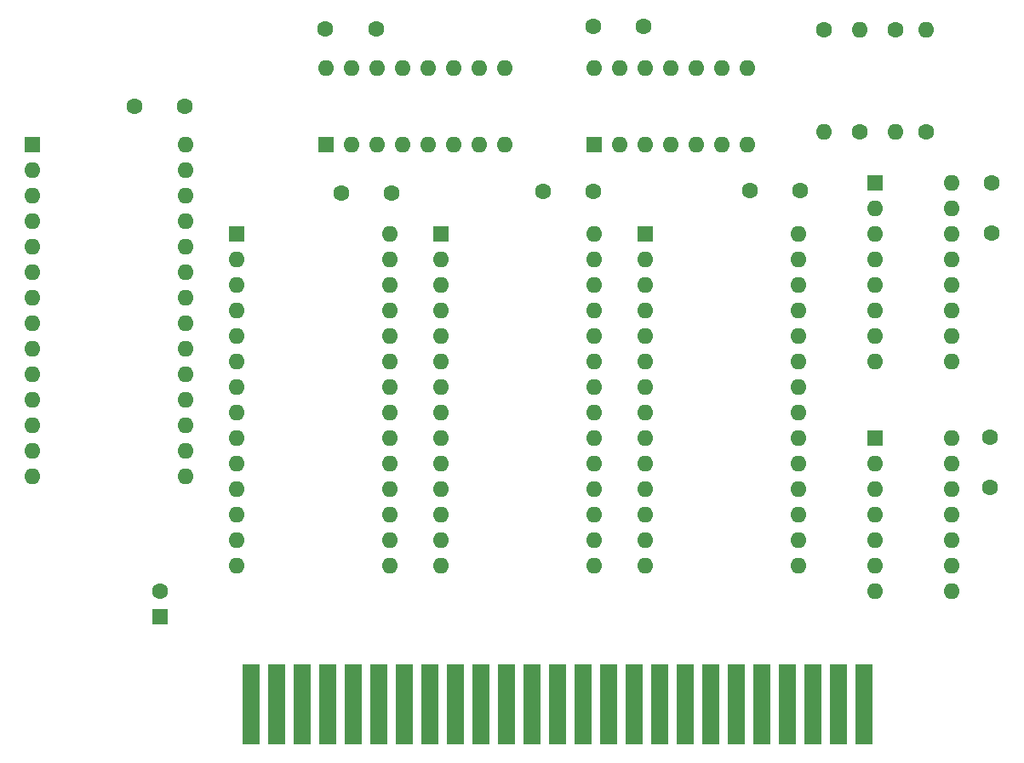
<source format=gbr>
%TF.GenerationSoftware,KiCad,Pcbnew,(7.0.0)*%
%TF.CreationDate,2023-02-27T14:18:29+09:00*%
%TF.ProjectId,ykp74,796b7037-342e-46b6-9963-61645f706362,rev?*%
%TF.SameCoordinates,Original*%
%TF.FileFunction,Soldermask,Bot*%
%TF.FilePolarity,Negative*%
%FSLAX46Y46*%
G04 Gerber Fmt 4.6, Leading zero omitted, Abs format (unit mm)*
G04 Created by KiCad (PCBNEW (7.0.0)) date 2023-02-27 14:18:29*
%MOMM*%
%LPD*%
G01*
G04 APERTURE LIST*
%ADD10R,1.600000X1.600000*%
%ADD11O,1.600000X1.600000*%
%ADD12C,1.600000*%
%ADD13R,1.700000X8.000000*%
G04 APERTURE END LIST*
D10*
%TO.C,U3*%
X139395193Y-91439999D03*
D11*
X139395193Y-93979999D03*
X139395193Y-96519999D03*
X139395193Y-99059999D03*
X139395193Y-101599999D03*
X139395193Y-104139999D03*
X139395193Y-106679999D03*
X139395193Y-109219999D03*
X139395193Y-111759999D03*
X139395193Y-114299999D03*
X139395193Y-116839999D03*
X139395193Y-119379999D03*
X139395193Y-121919999D03*
X139395193Y-124459999D03*
X154635193Y-124459999D03*
X154635193Y-121919999D03*
X154635193Y-119379999D03*
X154635193Y-116839999D03*
X154635193Y-114299999D03*
X154635193Y-111759999D03*
X154635193Y-109219999D03*
X154635193Y-106679999D03*
X154635193Y-104139999D03*
X154635193Y-101599999D03*
X154635193Y-99059999D03*
X154635193Y-96519999D03*
X154635193Y-93979999D03*
X154635193Y-91439999D03*
%TD*%
D12*
%TO.C,C3*%
X113915194Y-78740000D03*
X108915194Y-78740000D03*
%TD*%
D10*
%TO.C,U8*%
X182575193Y-86359999D03*
D11*
X182575193Y-88899999D03*
X182575193Y-91439999D03*
X182575193Y-93979999D03*
X182575193Y-96519999D03*
X182575193Y-99059999D03*
X182575193Y-101599999D03*
X182575193Y-104139999D03*
X190195193Y-104139999D03*
X190195193Y-101599999D03*
X190195193Y-99059999D03*
X190195193Y-96519999D03*
X190195193Y-93979999D03*
X190195193Y-91439999D03*
X190195193Y-88899999D03*
X190195193Y-86359999D03*
%TD*%
D12*
%TO.C,C7*%
X194026986Y-111672831D03*
X194026986Y-116672831D03*
%TD*%
D10*
%TO.C,U1*%
X98750193Y-82534999D03*
D11*
X98750193Y-85074999D03*
X98750193Y-87614999D03*
X98750193Y-90154999D03*
X98750193Y-92694999D03*
X98750193Y-95234999D03*
X98750193Y-97774999D03*
X98750193Y-100314999D03*
X98750193Y-102854999D03*
X98750193Y-105394999D03*
X98750193Y-107934999D03*
X98750193Y-110474999D03*
X98750193Y-113014999D03*
X98750193Y-115554999D03*
X113990193Y-115554999D03*
X113990193Y-113014999D03*
X113990193Y-110474999D03*
X113990193Y-107934999D03*
X113990193Y-105394999D03*
X113990193Y-102854999D03*
X113990193Y-100314999D03*
X113990193Y-97774999D03*
X113990193Y-95234999D03*
X113990193Y-92694999D03*
X113990193Y-90154999D03*
X113990193Y-87614999D03*
X113990193Y-85074999D03*
X113990193Y-82534999D03*
%TD*%
D13*
%TO.C,CE1*%
X181485033Y-138267439D03*
X178945033Y-138267439D03*
X176405033Y-138267439D03*
X173865033Y-138267439D03*
X171325033Y-138267439D03*
X168785033Y-138267439D03*
X166245033Y-138267439D03*
X163705033Y-138267439D03*
X161165033Y-138267439D03*
X158625033Y-138267439D03*
X156085033Y-138267439D03*
X153545033Y-138267439D03*
X151005033Y-138267439D03*
X148465033Y-138267439D03*
X145925033Y-138267439D03*
X143385033Y-138267439D03*
X140845033Y-138267439D03*
X138305033Y-138267439D03*
X135765033Y-138267439D03*
X133225033Y-138267439D03*
X130685033Y-138267439D03*
X128145033Y-138267439D03*
X125605033Y-138267439D03*
X123065033Y-138267439D03*
X120525033Y-138267439D03*
%TD*%
D12*
%TO.C,R2*%
X181065194Y-81280000D03*
D11*
X181065193Y-71119999D03*
%TD*%
D12*
%TO.C,R4*%
X187655194Y-81280000D03*
D11*
X187655193Y-71119999D03*
%TD*%
D10*
%TO.C,U5*%
X127955193Y-82539999D03*
D11*
X130495193Y-82539999D03*
X133035193Y-82539999D03*
X135575193Y-82539999D03*
X138115193Y-82539999D03*
X140655193Y-82539999D03*
X143195193Y-82539999D03*
X145735193Y-82539999D03*
X145735193Y-74919999D03*
X143195193Y-74919999D03*
X140655193Y-74919999D03*
X138115193Y-74919999D03*
X135575193Y-74919999D03*
X133035193Y-74919999D03*
X130495193Y-74919999D03*
X127955193Y-74919999D03*
%TD*%
D12*
%TO.C,C6*%
X194156649Y-86339018D03*
X194156649Y-91339018D03*
%TD*%
%TO.C,C9*%
X127907380Y-71018215D03*
X132907380Y-71018215D03*
%TD*%
D10*
%TO.C,U7*%
X154630193Y-82539999D03*
D11*
X157170193Y-82539999D03*
X159710193Y-82539999D03*
X162250193Y-82539999D03*
X164790193Y-82539999D03*
X167330193Y-82539999D03*
X169870193Y-82539999D03*
X169870193Y-74919999D03*
X167330193Y-74919999D03*
X164790193Y-74919999D03*
X162250193Y-74919999D03*
X159710193Y-74919999D03*
X157170193Y-74919999D03*
X154630193Y-74919999D03*
%TD*%
D12*
%TO.C,C8*%
X154530074Y-70743370D03*
X159530074Y-70743370D03*
%TD*%
D10*
%TO.C,U6*%
X182575193Y-111759999D03*
D11*
X182575193Y-114299999D03*
X182575193Y-116839999D03*
X182575193Y-119379999D03*
X182575193Y-121919999D03*
X182575193Y-124459999D03*
X182575193Y-126999999D03*
X190195193Y-126999999D03*
X190195193Y-124459999D03*
X190195193Y-121919999D03*
X190195193Y-119379999D03*
X190195193Y-116839999D03*
X190195193Y-114299999D03*
X190195193Y-111759999D03*
%TD*%
D10*
%TO.C,U4*%
X159715193Y-91439999D03*
D11*
X159715193Y-93979999D03*
X159715193Y-96519999D03*
X159715193Y-99059999D03*
X159715193Y-101599999D03*
X159715193Y-104139999D03*
X159715193Y-106679999D03*
X159715193Y-109219999D03*
X159715193Y-111759999D03*
X159715193Y-114299999D03*
X159715193Y-116839999D03*
X159715193Y-119379999D03*
X159715193Y-121919999D03*
X159715193Y-124459999D03*
X174955193Y-124459999D03*
X174955193Y-121919999D03*
X174955193Y-119379999D03*
X174955193Y-116839999D03*
X174955193Y-114299999D03*
X174955193Y-111759999D03*
X174955193Y-109219999D03*
X174955193Y-106679999D03*
X174955193Y-104139999D03*
X174955193Y-101599999D03*
X174955193Y-99059999D03*
X174955193Y-96519999D03*
X174955193Y-93979999D03*
X174955193Y-91439999D03*
%TD*%
D10*
%TO.C,C5*%
X111455193Y-129499999D03*
D12*
X111455194Y-127000000D03*
%TD*%
%TO.C,C1*%
X154551531Y-87153390D03*
X149551531Y-87153390D03*
%TD*%
%TO.C,R1*%
X177495194Y-71120000D03*
D11*
X177495193Y-81279999D03*
%TD*%
D10*
%TO.C,U2*%
X119070193Y-91439999D03*
D11*
X119070193Y-93979999D03*
X119070193Y-96519999D03*
X119070193Y-99059999D03*
X119070193Y-101599999D03*
X119070193Y-104139999D03*
X119070193Y-106679999D03*
X119070193Y-109219999D03*
X119070193Y-111759999D03*
X119070193Y-114299999D03*
X119070193Y-116839999D03*
X119070193Y-119379999D03*
X119070193Y-121919999D03*
X119070193Y-124459999D03*
X134310193Y-124459999D03*
X134310193Y-121919999D03*
X134310193Y-119379999D03*
X134310193Y-116839999D03*
X134310193Y-114299999D03*
X134310193Y-111759999D03*
X134310193Y-109219999D03*
X134310193Y-106679999D03*
X134310193Y-104139999D03*
X134310193Y-101599999D03*
X134310193Y-99059999D03*
X134310193Y-96519999D03*
X134310193Y-93979999D03*
X134310193Y-91439999D03*
%TD*%
D12*
%TO.C,C4*%
X134436114Y-87374129D03*
X129436114Y-87374129D03*
%TD*%
%TO.C,C2*%
X175113891Y-87073998D03*
X170113891Y-87073998D03*
%TD*%
%TO.C,R3*%
X184552915Y-71135662D03*
D11*
X184552914Y-81295661D03*
%TD*%
M02*

</source>
